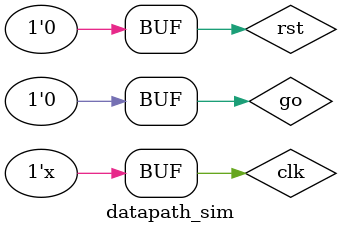
<source format=v>
`timescale 1ns / 1ps


module datapath_sim(

    );

    reg rst;
    reg clk;
    reg go;

    wire [31:0]led_data;
    wire [15:0]all_num;
    wire [15:0]no_conditional_branch_num;
    wire [15:0]conditional_branch_num;

    datapath TB_datapath(
        .rst(rst),
        .clk(clk),
        .go(1'b0),

        .led_data(led_data),
        .all_num(all_num),
        .no_conditional_branch_num(no_conditional_branch_num),
        .conditional_branch_num(conditional_branch_num)
    );

    initial begin
        // initial
        rst=1'b0;
        go=1'b0;
        clk=1'b0;

        // reset
        #5 rst=1'b1;
        #20 rst=1'b0;
    end

    always@(*)begin
        #10 clk<=~clk;
    end
endmodule

</source>
